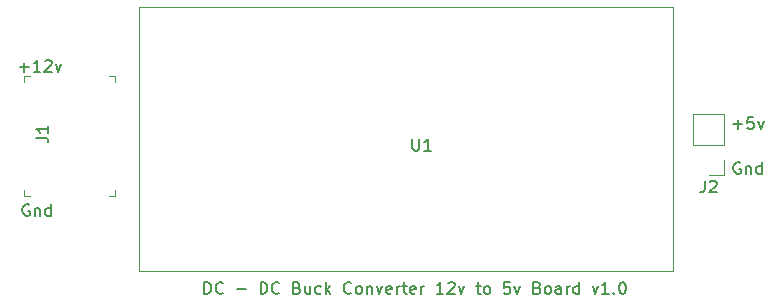
<source format=gbr>
G04 #@! TF.GenerationSoftware,KiCad,Pcbnew,(5.1.2)-2*
G04 #@! TF.CreationDate,2019-10-05T20:57:59-05:00*
G04 #@! TF.ProjectId,PowerBreakout,506f7765-7242-4726-9561-6b6f75742e6b,rev?*
G04 #@! TF.SameCoordinates,Original*
G04 #@! TF.FileFunction,Legend,Top*
G04 #@! TF.FilePolarity,Positive*
%FSLAX46Y46*%
G04 Gerber Fmt 4.6, Leading zero omitted, Abs format (unit mm)*
G04 Created by KiCad (PCBNEW (5.1.2)-2) date 2019-10-05 20:57:59*
%MOMM*%
%LPD*%
G04 APERTURE LIST*
%ADD10C,0.150000*%
%ADD11C,0.100000*%
%ADD12C,0.120000*%
G04 APERTURE END LIST*
D10*
X130526476Y-85542380D02*
X130526476Y-84542380D01*
X130764571Y-84542380D01*
X130907428Y-84590000D01*
X131002666Y-84685238D01*
X131050285Y-84780476D01*
X131097904Y-84970952D01*
X131097904Y-85113809D01*
X131050285Y-85304285D01*
X131002666Y-85399523D01*
X130907428Y-85494761D01*
X130764571Y-85542380D01*
X130526476Y-85542380D01*
X132097904Y-85447142D02*
X132050285Y-85494761D01*
X131907428Y-85542380D01*
X131812190Y-85542380D01*
X131669333Y-85494761D01*
X131574095Y-85399523D01*
X131526476Y-85304285D01*
X131478857Y-85113809D01*
X131478857Y-84970952D01*
X131526476Y-84780476D01*
X131574095Y-84685238D01*
X131669333Y-84590000D01*
X131812190Y-84542380D01*
X131907428Y-84542380D01*
X132050285Y-84590000D01*
X132097904Y-84637619D01*
X133288380Y-85161428D02*
X134050285Y-85161428D01*
X135288380Y-85542380D02*
X135288380Y-84542380D01*
X135526476Y-84542380D01*
X135669333Y-84590000D01*
X135764571Y-84685238D01*
X135812190Y-84780476D01*
X135859809Y-84970952D01*
X135859809Y-85113809D01*
X135812190Y-85304285D01*
X135764571Y-85399523D01*
X135669333Y-85494761D01*
X135526476Y-85542380D01*
X135288380Y-85542380D01*
X136859809Y-85447142D02*
X136812190Y-85494761D01*
X136669333Y-85542380D01*
X136574095Y-85542380D01*
X136431238Y-85494761D01*
X136336000Y-85399523D01*
X136288380Y-85304285D01*
X136240761Y-85113809D01*
X136240761Y-84970952D01*
X136288380Y-84780476D01*
X136336000Y-84685238D01*
X136431238Y-84590000D01*
X136574095Y-84542380D01*
X136669333Y-84542380D01*
X136812190Y-84590000D01*
X136859809Y-84637619D01*
X138383619Y-85018571D02*
X138526476Y-85066190D01*
X138574095Y-85113809D01*
X138621714Y-85209047D01*
X138621714Y-85351904D01*
X138574095Y-85447142D01*
X138526476Y-85494761D01*
X138431238Y-85542380D01*
X138050285Y-85542380D01*
X138050285Y-84542380D01*
X138383619Y-84542380D01*
X138478857Y-84590000D01*
X138526476Y-84637619D01*
X138574095Y-84732857D01*
X138574095Y-84828095D01*
X138526476Y-84923333D01*
X138478857Y-84970952D01*
X138383619Y-85018571D01*
X138050285Y-85018571D01*
X139478857Y-84875714D02*
X139478857Y-85542380D01*
X139050285Y-84875714D02*
X139050285Y-85399523D01*
X139097904Y-85494761D01*
X139193142Y-85542380D01*
X139336000Y-85542380D01*
X139431238Y-85494761D01*
X139478857Y-85447142D01*
X140383619Y-85494761D02*
X140288380Y-85542380D01*
X140097904Y-85542380D01*
X140002666Y-85494761D01*
X139955047Y-85447142D01*
X139907428Y-85351904D01*
X139907428Y-85066190D01*
X139955047Y-84970952D01*
X140002666Y-84923333D01*
X140097904Y-84875714D01*
X140288380Y-84875714D01*
X140383619Y-84923333D01*
X140812190Y-85542380D02*
X140812190Y-84542380D01*
X140907428Y-85161428D02*
X141193142Y-85542380D01*
X141193142Y-84875714D02*
X140812190Y-85256666D01*
X142955047Y-85447142D02*
X142907428Y-85494761D01*
X142764571Y-85542380D01*
X142669333Y-85542380D01*
X142526476Y-85494761D01*
X142431238Y-85399523D01*
X142383619Y-85304285D01*
X142336000Y-85113809D01*
X142336000Y-84970952D01*
X142383619Y-84780476D01*
X142431238Y-84685238D01*
X142526476Y-84590000D01*
X142669333Y-84542380D01*
X142764571Y-84542380D01*
X142907428Y-84590000D01*
X142955047Y-84637619D01*
X143526476Y-85542380D02*
X143431238Y-85494761D01*
X143383619Y-85447142D01*
X143336000Y-85351904D01*
X143336000Y-85066190D01*
X143383619Y-84970952D01*
X143431238Y-84923333D01*
X143526476Y-84875714D01*
X143669333Y-84875714D01*
X143764571Y-84923333D01*
X143812190Y-84970952D01*
X143859809Y-85066190D01*
X143859809Y-85351904D01*
X143812190Y-85447142D01*
X143764571Y-85494761D01*
X143669333Y-85542380D01*
X143526476Y-85542380D01*
X144288380Y-84875714D02*
X144288380Y-85542380D01*
X144288380Y-84970952D02*
X144336000Y-84923333D01*
X144431238Y-84875714D01*
X144574095Y-84875714D01*
X144669333Y-84923333D01*
X144716952Y-85018571D01*
X144716952Y-85542380D01*
X145097904Y-84875714D02*
X145336000Y-85542380D01*
X145574095Y-84875714D01*
X146336000Y-85494761D02*
X146240761Y-85542380D01*
X146050285Y-85542380D01*
X145955047Y-85494761D01*
X145907428Y-85399523D01*
X145907428Y-85018571D01*
X145955047Y-84923333D01*
X146050285Y-84875714D01*
X146240761Y-84875714D01*
X146336000Y-84923333D01*
X146383619Y-85018571D01*
X146383619Y-85113809D01*
X145907428Y-85209047D01*
X146812190Y-85542380D02*
X146812190Y-84875714D01*
X146812190Y-85066190D02*
X146859809Y-84970952D01*
X146907428Y-84923333D01*
X147002666Y-84875714D01*
X147097904Y-84875714D01*
X147288380Y-84875714D02*
X147669333Y-84875714D01*
X147431238Y-84542380D02*
X147431238Y-85399523D01*
X147478857Y-85494761D01*
X147574095Y-85542380D01*
X147669333Y-85542380D01*
X148383619Y-85494761D02*
X148288380Y-85542380D01*
X148097904Y-85542380D01*
X148002666Y-85494761D01*
X147955047Y-85399523D01*
X147955047Y-85018571D01*
X148002666Y-84923333D01*
X148097904Y-84875714D01*
X148288380Y-84875714D01*
X148383619Y-84923333D01*
X148431238Y-85018571D01*
X148431238Y-85113809D01*
X147955047Y-85209047D01*
X148859809Y-85542380D02*
X148859809Y-84875714D01*
X148859809Y-85066190D02*
X148907428Y-84970952D01*
X148955047Y-84923333D01*
X149050285Y-84875714D01*
X149145523Y-84875714D01*
X150764571Y-85542380D02*
X150193142Y-85542380D01*
X150478857Y-85542380D02*
X150478857Y-84542380D01*
X150383619Y-84685238D01*
X150288380Y-84780476D01*
X150193142Y-84828095D01*
X151145523Y-84637619D02*
X151193142Y-84590000D01*
X151288380Y-84542380D01*
X151526476Y-84542380D01*
X151621714Y-84590000D01*
X151669333Y-84637619D01*
X151716952Y-84732857D01*
X151716952Y-84828095D01*
X151669333Y-84970952D01*
X151097904Y-85542380D01*
X151716952Y-85542380D01*
X152050285Y-84875714D02*
X152288380Y-85542380D01*
X152526476Y-84875714D01*
X153526476Y-84875714D02*
X153907428Y-84875714D01*
X153669333Y-84542380D02*
X153669333Y-85399523D01*
X153716952Y-85494761D01*
X153812190Y-85542380D01*
X153907428Y-85542380D01*
X154383619Y-85542380D02*
X154288380Y-85494761D01*
X154240761Y-85447142D01*
X154193142Y-85351904D01*
X154193142Y-85066190D01*
X154240761Y-84970952D01*
X154288380Y-84923333D01*
X154383619Y-84875714D01*
X154526476Y-84875714D01*
X154621714Y-84923333D01*
X154669333Y-84970952D01*
X154716952Y-85066190D01*
X154716952Y-85351904D01*
X154669333Y-85447142D01*
X154621714Y-85494761D01*
X154526476Y-85542380D01*
X154383619Y-85542380D01*
X156383619Y-84542380D02*
X155907428Y-84542380D01*
X155859809Y-85018571D01*
X155907428Y-84970952D01*
X156002666Y-84923333D01*
X156240761Y-84923333D01*
X156336000Y-84970952D01*
X156383619Y-85018571D01*
X156431238Y-85113809D01*
X156431238Y-85351904D01*
X156383619Y-85447142D01*
X156336000Y-85494761D01*
X156240761Y-85542380D01*
X156002666Y-85542380D01*
X155907428Y-85494761D01*
X155859809Y-85447142D01*
X156764571Y-84875714D02*
X157002666Y-85542380D01*
X157240761Y-84875714D01*
X158716952Y-85018571D02*
X158859809Y-85066190D01*
X158907428Y-85113809D01*
X158955047Y-85209047D01*
X158955047Y-85351904D01*
X158907428Y-85447142D01*
X158859809Y-85494761D01*
X158764571Y-85542380D01*
X158383619Y-85542380D01*
X158383619Y-84542380D01*
X158716952Y-84542380D01*
X158812190Y-84590000D01*
X158859809Y-84637619D01*
X158907428Y-84732857D01*
X158907428Y-84828095D01*
X158859809Y-84923333D01*
X158812190Y-84970952D01*
X158716952Y-85018571D01*
X158383619Y-85018571D01*
X159526476Y-85542380D02*
X159431238Y-85494761D01*
X159383619Y-85447142D01*
X159336000Y-85351904D01*
X159336000Y-85066190D01*
X159383619Y-84970952D01*
X159431238Y-84923333D01*
X159526476Y-84875714D01*
X159669333Y-84875714D01*
X159764571Y-84923333D01*
X159812190Y-84970952D01*
X159859809Y-85066190D01*
X159859809Y-85351904D01*
X159812190Y-85447142D01*
X159764571Y-85494761D01*
X159669333Y-85542380D01*
X159526476Y-85542380D01*
X160716952Y-85542380D02*
X160716952Y-85018571D01*
X160669333Y-84923333D01*
X160574095Y-84875714D01*
X160383619Y-84875714D01*
X160288380Y-84923333D01*
X160716952Y-85494761D02*
X160621714Y-85542380D01*
X160383619Y-85542380D01*
X160288380Y-85494761D01*
X160240761Y-85399523D01*
X160240761Y-85304285D01*
X160288380Y-85209047D01*
X160383619Y-85161428D01*
X160621714Y-85161428D01*
X160716952Y-85113809D01*
X161193142Y-85542380D02*
X161193142Y-84875714D01*
X161193142Y-85066190D02*
X161240761Y-84970952D01*
X161288380Y-84923333D01*
X161383619Y-84875714D01*
X161478857Y-84875714D01*
X162240761Y-85542380D02*
X162240761Y-84542380D01*
X162240761Y-85494761D02*
X162145523Y-85542380D01*
X161955047Y-85542380D01*
X161859809Y-85494761D01*
X161812190Y-85447142D01*
X161764571Y-85351904D01*
X161764571Y-85066190D01*
X161812190Y-84970952D01*
X161859809Y-84923333D01*
X161955047Y-84875714D01*
X162145523Y-84875714D01*
X162240761Y-84923333D01*
X163383619Y-84875714D02*
X163621714Y-85542380D01*
X163859809Y-84875714D01*
X164764571Y-85542380D02*
X164193142Y-85542380D01*
X164478857Y-85542380D02*
X164478857Y-84542380D01*
X164383619Y-84685238D01*
X164288380Y-84780476D01*
X164193142Y-84828095D01*
X165193142Y-85447142D02*
X165240761Y-85494761D01*
X165193142Y-85542380D01*
X165145523Y-85494761D01*
X165193142Y-85447142D01*
X165193142Y-85542380D01*
X165859809Y-84542380D02*
X165955047Y-84542380D01*
X166050285Y-84590000D01*
X166097904Y-84637619D01*
X166145523Y-84732857D01*
X166193142Y-84923333D01*
X166193142Y-85161428D01*
X166145523Y-85351904D01*
X166097904Y-85447142D01*
X166050285Y-85494761D01*
X165955047Y-85542380D01*
X165859809Y-85542380D01*
X165764571Y-85494761D01*
X165716952Y-85447142D01*
X165669333Y-85351904D01*
X165621714Y-85161428D01*
X165621714Y-84923333D01*
X165669333Y-84732857D01*
X165716952Y-84637619D01*
X165764571Y-84590000D01*
X165859809Y-84542380D01*
X114871714Y-66365428D02*
X115633619Y-66365428D01*
X115252666Y-66746380D02*
X115252666Y-65984476D01*
X116633619Y-66746380D02*
X116062190Y-66746380D01*
X116347904Y-66746380D02*
X116347904Y-65746380D01*
X116252666Y-65889238D01*
X116157428Y-65984476D01*
X116062190Y-66032095D01*
X117014571Y-65841619D02*
X117062190Y-65794000D01*
X117157428Y-65746380D01*
X117395523Y-65746380D01*
X117490761Y-65794000D01*
X117538380Y-65841619D01*
X117586000Y-65936857D01*
X117586000Y-66032095D01*
X117538380Y-66174952D01*
X116966952Y-66746380D01*
X117586000Y-66746380D01*
X117919333Y-66079714D02*
X118157428Y-66746380D01*
X118395523Y-66079714D01*
X115689142Y-77986000D02*
X115593904Y-77938380D01*
X115451047Y-77938380D01*
X115308190Y-77986000D01*
X115212952Y-78081238D01*
X115165333Y-78176476D01*
X115117714Y-78366952D01*
X115117714Y-78509809D01*
X115165333Y-78700285D01*
X115212952Y-78795523D01*
X115308190Y-78890761D01*
X115451047Y-78938380D01*
X115546285Y-78938380D01*
X115689142Y-78890761D01*
X115736761Y-78843142D01*
X115736761Y-78509809D01*
X115546285Y-78509809D01*
X116165333Y-78271714D02*
X116165333Y-78938380D01*
X116165333Y-78366952D02*
X116212952Y-78319333D01*
X116308190Y-78271714D01*
X116451047Y-78271714D01*
X116546285Y-78319333D01*
X116593904Y-78414571D01*
X116593904Y-78938380D01*
X117498666Y-78938380D02*
X117498666Y-77938380D01*
X117498666Y-78890761D02*
X117403428Y-78938380D01*
X117212952Y-78938380D01*
X117117714Y-78890761D01*
X117070095Y-78843142D01*
X117022476Y-78747904D01*
X117022476Y-78462190D01*
X117070095Y-78366952D01*
X117117714Y-78319333D01*
X117212952Y-78271714D01*
X117403428Y-78271714D01*
X117498666Y-78319333D01*
X175887142Y-74430000D02*
X175791904Y-74382380D01*
X175649047Y-74382380D01*
X175506190Y-74430000D01*
X175410952Y-74525238D01*
X175363333Y-74620476D01*
X175315714Y-74810952D01*
X175315714Y-74953809D01*
X175363333Y-75144285D01*
X175410952Y-75239523D01*
X175506190Y-75334761D01*
X175649047Y-75382380D01*
X175744285Y-75382380D01*
X175887142Y-75334761D01*
X175934761Y-75287142D01*
X175934761Y-74953809D01*
X175744285Y-74953809D01*
X176363333Y-74715714D02*
X176363333Y-75382380D01*
X176363333Y-74810952D02*
X176410952Y-74763333D01*
X176506190Y-74715714D01*
X176649047Y-74715714D01*
X176744285Y-74763333D01*
X176791904Y-74858571D01*
X176791904Y-75382380D01*
X177696666Y-75382380D02*
X177696666Y-74382380D01*
X177696666Y-75334761D02*
X177601428Y-75382380D01*
X177410952Y-75382380D01*
X177315714Y-75334761D01*
X177268095Y-75287142D01*
X177220476Y-75191904D01*
X177220476Y-74906190D01*
X177268095Y-74810952D01*
X177315714Y-74763333D01*
X177410952Y-74715714D01*
X177601428Y-74715714D01*
X177696666Y-74763333D01*
X175291904Y-71191428D02*
X176053809Y-71191428D01*
X175672857Y-71572380D02*
X175672857Y-70810476D01*
X177006190Y-70572380D02*
X176530000Y-70572380D01*
X176482380Y-71048571D01*
X176530000Y-71000952D01*
X176625238Y-70953333D01*
X176863333Y-70953333D01*
X176958571Y-71000952D01*
X177006190Y-71048571D01*
X177053809Y-71143809D01*
X177053809Y-71381904D01*
X177006190Y-71477142D01*
X176958571Y-71524761D01*
X176863333Y-71572380D01*
X176625238Y-71572380D01*
X176530000Y-71524761D01*
X176482380Y-71477142D01*
X177387142Y-70905714D02*
X177625238Y-71572380D01*
X177863333Y-70905714D01*
D11*
X122976000Y-67076000D02*
X122976000Y-67576000D01*
X122976000Y-67076000D02*
X122476000Y-67076000D01*
X122976000Y-77276000D02*
X122476000Y-77276000D01*
X122976000Y-77276000D02*
X122976000Y-76776000D01*
X115276000Y-77276000D02*
X115276000Y-76776000D01*
X115276000Y-77276000D02*
X115726000Y-77276000D01*
X115276000Y-67076000D02*
X115726000Y-67076000D01*
X115276000Y-67076000D02*
X115276000Y-67576000D01*
D12*
X174558000Y-70298000D02*
X171898000Y-70298000D01*
X174558000Y-72898000D02*
X174558000Y-70298000D01*
X171898000Y-72898000D02*
X171898000Y-70298000D01*
X174558000Y-72898000D02*
X171898000Y-72898000D01*
X174558000Y-74168000D02*
X174558000Y-75498000D01*
X174558000Y-75498000D02*
X173228000Y-75498000D01*
X125028001Y-61274001D02*
X125028001Y-83626001D01*
X125028001Y-83626001D02*
X170240001Y-83626001D01*
X170240001Y-83626001D02*
X170240001Y-61274001D01*
X170240001Y-61274001D02*
X125028001Y-61274001D01*
D10*
X116292380Y-72309333D02*
X117006666Y-72309333D01*
X117149523Y-72356952D01*
X117244761Y-72452190D01*
X117292380Y-72595047D01*
X117292380Y-72690285D01*
X117292380Y-71309333D02*
X117292380Y-71880761D01*
X117292380Y-71595047D02*
X116292380Y-71595047D01*
X116435238Y-71690285D01*
X116530476Y-71785523D01*
X116578095Y-71880761D01*
X172894666Y-75950380D02*
X172894666Y-76664666D01*
X172847047Y-76807523D01*
X172751809Y-76902761D01*
X172608952Y-76950380D01*
X172513714Y-76950380D01*
X173323238Y-76045619D02*
X173370857Y-75998000D01*
X173466095Y-75950380D01*
X173704190Y-75950380D01*
X173799428Y-75998000D01*
X173847047Y-76045619D01*
X173894666Y-76140857D01*
X173894666Y-76236095D01*
X173847047Y-76378952D01*
X173275619Y-76950380D01*
X173894666Y-76950380D01*
X148142096Y-72402381D02*
X148142096Y-73211905D01*
X148189715Y-73307143D01*
X148237334Y-73354762D01*
X148332572Y-73402381D01*
X148523048Y-73402381D01*
X148618286Y-73354762D01*
X148665905Y-73307143D01*
X148713524Y-73211905D01*
X148713524Y-72402381D01*
X149713524Y-73402381D02*
X149142096Y-73402381D01*
X149427810Y-73402381D02*
X149427810Y-72402381D01*
X149332572Y-72545239D01*
X149237334Y-72640477D01*
X149142096Y-72688096D01*
M02*

</source>
